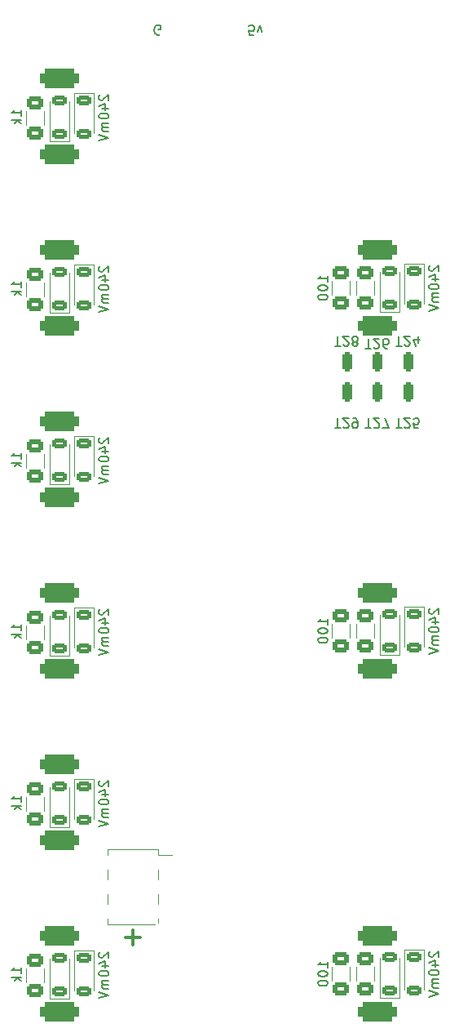
<source format=gbo>
G04 #@! TF.GenerationSoftware,KiCad,Pcbnew,(6.0.6)*
G04 #@! TF.CreationDate,2024-09-22T12:15:16+02:00*
G04 #@! TF.ProjectId,VCA_Module,5643415f-4d6f-4647-956c-652e6b696361,rev?*
G04 #@! TF.SameCoordinates,Original*
G04 #@! TF.FileFunction,Legend,Bot*
G04 #@! TF.FilePolarity,Positive*
%FSLAX46Y46*%
G04 Gerber Fmt 4.6, Leading zero omitted, Abs format (unit mm)*
G04 Created by KiCad (PCBNEW (6.0.6)) date 2024-09-22 12:15:16*
%MOMM*%
%LPD*%
G01*
G04 APERTURE LIST*
G04 Aperture macros list*
%AMRoundRect*
0 Rectangle with rounded corners*
0 $1 Rounding radius*
0 $2 $3 $4 $5 $6 $7 $8 $9 X,Y pos of 4 corners*
0 Add a 4 corners polygon primitive as box body*
4,1,4,$2,$3,$4,$5,$6,$7,$8,$9,$2,$3,0*
0 Add four circle primitives for the rounded corners*
1,1,$1+$1,$2,$3*
1,1,$1+$1,$4,$5*
1,1,$1+$1,$6,$7*
1,1,$1+$1,$8,$9*
0 Add four rect primitives between the rounded corners*
20,1,$1+$1,$2,$3,$4,$5,0*
20,1,$1+$1,$4,$5,$6,$7,0*
20,1,$1+$1,$6,$7,$8,$9,0*
20,1,$1+$1,$8,$9,$2,$3,0*%
G04 Aperture macros list end*
%ADD10C,0.300000*%
%ADD11C,0.150000*%
%ADD12C,0.120000*%
%ADD13RoundRect,0.200000X-0.550000X0.300000X-0.550000X-0.300000X0.550000X-0.300000X0.550000X0.300000X0*%
%ADD14RoundRect,0.200000X0.550000X-0.300000X0.550000X0.300000X-0.550000X0.300000X-0.550000X-0.300000X0*%
%ADD15C,4.000000*%
%ADD16C,1.800000*%
%ADD17C,2.000000*%
%ADD18RoundRect,0.500000X-1.500000X-0.500000X1.500000X-0.500000X1.500000X0.500000X-1.500000X0.500000X0*%
%ADD19RoundRect,0.250000X0.625000X-0.400000X0.625000X0.400000X-0.625000X0.400000X-0.625000X-0.400000X0*%
%ADD20C,1.700000*%
%ADD21R,3.150000X1.000000*%
%ADD22RoundRect,0.250000X0.250000X0.750000X-0.250000X0.750000X-0.250000X-0.750000X0.250000X-0.750000X0*%
G04 APERTURE END LIST*
D10*
X49021904Y-155082857D02*
X47498095Y-155082857D01*
X48260000Y-155844761D02*
X48260000Y-154320952D01*
D11*
X44827619Y-67739666D02*
X44780000Y-67787285D01*
X44732380Y-67882523D01*
X44732380Y-68120619D01*
X44780000Y-68215857D01*
X44827619Y-68263476D01*
X44922857Y-68311095D01*
X45018095Y-68311095D01*
X45160952Y-68263476D01*
X45732380Y-67692047D01*
X45732380Y-68311095D01*
X45065714Y-69168238D02*
X45732380Y-69168238D01*
X44684761Y-68930142D02*
X45399047Y-68692047D01*
X45399047Y-69311095D01*
X44732380Y-69882523D02*
X44732380Y-69977761D01*
X44780000Y-70073000D01*
X44827619Y-70120619D01*
X44922857Y-70168238D01*
X45113333Y-70215857D01*
X45351428Y-70215857D01*
X45541904Y-70168238D01*
X45637142Y-70120619D01*
X45684761Y-70073000D01*
X45732380Y-69977761D01*
X45732380Y-69882523D01*
X45684761Y-69787285D01*
X45637142Y-69739666D01*
X45541904Y-69692047D01*
X45351428Y-69644428D01*
X45113333Y-69644428D01*
X44922857Y-69692047D01*
X44827619Y-69739666D01*
X44780000Y-69787285D01*
X44732380Y-69882523D01*
X45732380Y-70644428D02*
X45065714Y-70644428D01*
X45160952Y-70644428D02*
X45113333Y-70692047D01*
X45065714Y-70787285D01*
X45065714Y-70930142D01*
X45113333Y-71025380D01*
X45208571Y-71073000D01*
X45732380Y-71073000D01*
X45208571Y-71073000D02*
X45113333Y-71120619D01*
X45065714Y-71215857D01*
X45065714Y-71358714D01*
X45113333Y-71453952D01*
X45208571Y-71501571D01*
X45732380Y-71501571D01*
X44732380Y-71834904D02*
X45732380Y-72168238D01*
X44732380Y-72501571D01*
X79117619Y-120986666D02*
X79070000Y-121034285D01*
X79022380Y-121129523D01*
X79022380Y-121367619D01*
X79070000Y-121462857D01*
X79117619Y-121510476D01*
X79212857Y-121558095D01*
X79308095Y-121558095D01*
X79450952Y-121510476D01*
X80022380Y-120939047D01*
X80022380Y-121558095D01*
X79355714Y-122415238D02*
X80022380Y-122415238D01*
X78974761Y-122177142D02*
X79689047Y-121939047D01*
X79689047Y-122558095D01*
X79022380Y-123129523D02*
X79022380Y-123224761D01*
X79070000Y-123320000D01*
X79117619Y-123367619D01*
X79212857Y-123415238D01*
X79403333Y-123462857D01*
X79641428Y-123462857D01*
X79831904Y-123415238D01*
X79927142Y-123367619D01*
X79974761Y-123320000D01*
X80022380Y-123224761D01*
X80022380Y-123129523D01*
X79974761Y-123034285D01*
X79927142Y-122986666D01*
X79831904Y-122939047D01*
X79641428Y-122891428D01*
X79403333Y-122891428D01*
X79212857Y-122939047D01*
X79117619Y-122986666D01*
X79070000Y-123034285D01*
X79022380Y-123129523D01*
X80022380Y-123891428D02*
X79355714Y-123891428D01*
X79450952Y-123891428D02*
X79403333Y-123939047D01*
X79355714Y-124034285D01*
X79355714Y-124177142D01*
X79403333Y-124272380D01*
X79498571Y-124320000D01*
X80022380Y-124320000D01*
X79498571Y-124320000D02*
X79403333Y-124367619D01*
X79355714Y-124462857D01*
X79355714Y-124605714D01*
X79403333Y-124700952D01*
X79498571Y-124748571D01*
X80022380Y-124748571D01*
X79022380Y-125081904D02*
X80022380Y-125415238D01*
X79022380Y-125748571D01*
X79117619Y-156546666D02*
X79070000Y-156594285D01*
X79022380Y-156689523D01*
X79022380Y-156927619D01*
X79070000Y-157022857D01*
X79117619Y-157070476D01*
X79212857Y-157118095D01*
X79308095Y-157118095D01*
X79450952Y-157070476D01*
X80022380Y-156499047D01*
X80022380Y-157118095D01*
X79355714Y-157975238D02*
X80022380Y-157975238D01*
X78974761Y-157737142D02*
X79689047Y-157499047D01*
X79689047Y-158118095D01*
X79022380Y-158689523D02*
X79022380Y-158784761D01*
X79070000Y-158880000D01*
X79117619Y-158927619D01*
X79212857Y-158975238D01*
X79403333Y-159022857D01*
X79641428Y-159022857D01*
X79831904Y-158975238D01*
X79927142Y-158927619D01*
X79974761Y-158880000D01*
X80022380Y-158784761D01*
X80022380Y-158689523D01*
X79974761Y-158594285D01*
X79927142Y-158546666D01*
X79831904Y-158499047D01*
X79641428Y-158451428D01*
X79403333Y-158451428D01*
X79212857Y-158499047D01*
X79117619Y-158546666D01*
X79070000Y-158594285D01*
X79022380Y-158689523D01*
X80022380Y-159451428D02*
X79355714Y-159451428D01*
X79450952Y-159451428D02*
X79403333Y-159499047D01*
X79355714Y-159594285D01*
X79355714Y-159737142D01*
X79403333Y-159832380D01*
X79498571Y-159880000D01*
X80022380Y-159880000D01*
X79498571Y-159880000D02*
X79403333Y-159927619D01*
X79355714Y-160022857D01*
X79355714Y-160165714D01*
X79403333Y-160260952D01*
X79498571Y-160308571D01*
X80022380Y-160308571D01*
X79022380Y-160641904D02*
X80022380Y-160975238D01*
X79022380Y-161308571D01*
X44827619Y-103299666D02*
X44780000Y-103347285D01*
X44732380Y-103442523D01*
X44732380Y-103680619D01*
X44780000Y-103775857D01*
X44827619Y-103823476D01*
X44922857Y-103871095D01*
X45018095Y-103871095D01*
X45160952Y-103823476D01*
X45732380Y-103252047D01*
X45732380Y-103871095D01*
X45065714Y-104728238D02*
X45732380Y-104728238D01*
X44684761Y-104490142D02*
X45399047Y-104252047D01*
X45399047Y-104871095D01*
X44732380Y-105442523D02*
X44732380Y-105537761D01*
X44780000Y-105633000D01*
X44827619Y-105680619D01*
X44922857Y-105728238D01*
X45113333Y-105775857D01*
X45351428Y-105775857D01*
X45541904Y-105728238D01*
X45637142Y-105680619D01*
X45684761Y-105633000D01*
X45732380Y-105537761D01*
X45732380Y-105442523D01*
X45684761Y-105347285D01*
X45637142Y-105299666D01*
X45541904Y-105252047D01*
X45351428Y-105204428D01*
X45113333Y-105204428D01*
X44922857Y-105252047D01*
X44827619Y-105299666D01*
X44780000Y-105347285D01*
X44732380Y-105442523D01*
X45732380Y-106204428D02*
X45065714Y-106204428D01*
X45160952Y-106204428D02*
X45113333Y-106252047D01*
X45065714Y-106347285D01*
X45065714Y-106490142D01*
X45113333Y-106585380D01*
X45208571Y-106633000D01*
X45732380Y-106633000D01*
X45208571Y-106633000D02*
X45113333Y-106680619D01*
X45065714Y-106775857D01*
X45065714Y-106918714D01*
X45113333Y-107013952D01*
X45208571Y-107061571D01*
X45732380Y-107061571D01*
X44732380Y-107394904D02*
X45732380Y-107728238D01*
X44732380Y-108061571D01*
X44827619Y-85519666D02*
X44780000Y-85567285D01*
X44732380Y-85662523D01*
X44732380Y-85900619D01*
X44780000Y-85995857D01*
X44827619Y-86043476D01*
X44922857Y-86091095D01*
X45018095Y-86091095D01*
X45160952Y-86043476D01*
X45732380Y-85472047D01*
X45732380Y-86091095D01*
X45065714Y-86948238D02*
X45732380Y-86948238D01*
X44684761Y-86710142D02*
X45399047Y-86472047D01*
X45399047Y-87091095D01*
X44732380Y-87662523D02*
X44732380Y-87757761D01*
X44780000Y-87853000D01*
X44827619Y-87900619D01*
X44922857Y-87948238D01*
X45113333Y-87995857D01*
X45351428Y-87995857D01*
X45541904Y-87948238D01*
X45637142Y-87900619D01*
X45684761Y-87853000D01*
X45732380Y-87757761D01*
X45732380Y-87662523D01*
X45684761Y-87567285D01*
X45637142Y-87519666D01*
X45541904Y-87472047D01*
X45351428Y-87424428D01*
X45113333Y-87424428D01*
X44922857Y-87472047D01*
X44827619Y-87519666D01*
X44780000Y-87567285D01*
X44732380Y-87662523D01*
X45732380Y-88424428D02*
X45065714Y-88424428D01*
X45160952Y-88424428D02*
X45113333Y-88472047D01*
X45065714Y-88567285D01*
X45065714Y-88710142D01*
X45113333Y-88805380D01*
X45208571Y-88853000D01*
X45732380Y-88853000D01*
X45208571Y-88853000D02*
X45113333Y-88900619D01*
X45065714Y-88995857D01*
X45065714Y-89138714D01*
X45113333Y-89233952D01*
X45208571Y-89281571D01*
X45732380Y-89281571D01*
X44732380Y-89614904D02*
X45732380Y-89948238D01*
X44732380Y-90281571D01*
X44827619Y-138859666D02*
X44780000Y-138907285D01*
X44732380Y-139002523D01*
X44732380Y-139240619D01*
X44780000Y-139335857D01*
X44827619Y-139383476D01*
X44922857Y-139431095D01*
X45018095Y-139431095D01*
X45160952Y-139383476D01*
X45732380Y-138812047D01*
X45732380Y-139431095D01*
X45065714Y-140288238D02*
X45732380Y-140288238D01*
X44684761Y-140050142D02*
X45399047Y-139812047D01*
X45399047Y-140431095D01*
X44732380Y-141002523D02*
X44732380Y-141097761D01*
X44780000Y-141193000D01*
X44827619Y-141240619D01*
X44922857Y-141288238D01*
X45113333Y-141335857D01*
X45351428Y-141335857D01*
X45541904Y-141288238D01*
X45637142Y-141240619D01*
X45684761Y-141193000D01*
X45732380Y-141097761D01*
X45732380Y-141002523D01*
X45684761Y-140907285D01*
X45637142Y-140859666D01*
X45541904Y-140812047D01*
X45351428Y-140764428D01*
X45113333Y-140764428D01*
X44922857Y-140812047D01*
X44827619Y-140859666D01*
X44780000Y-140907285D01*
X44732380Y-141002523D01*
X45732380Y-141764428D02*
X45065714Y-141764428D01*
X45160952Y-141764428D02*
X45113333Y-141812047D01*
X45065714Y-141907285D01*
X45065714Y-142050142D01*
X45113333Y-142145380D01*
X45208571Y-142193000D01*
X45732380Y-142193000D01*
X45208571Y-142193000D02*
X45113333Y-142240619D01*
X45065714Y-142335857D01*
X45065714Y-142478714D01*
X45113333Y-142573952D01*
X45208571Y-142621571D01*
X45732380Y-142621571D01*
X44732380Y-142954904D02*
X45732380Y-143288238D01*
X44732380Y-143621571D01*
X44827619Y-121079666D02*
X44780000Y-121127285D01*
X44732380Y-121222523D01*
X44732380Y-121460619D01*
X44780000Y-121555857D01*
X44827619Y-121603476D01*
X44922857Y-121651095D01*
X45018095Y-121651095D01*
X45160952Y-121603476D01*
X45732380Y-121032047D01*
X45732380Y-121651095D01*
X45065714Y-122508238D02*
X45732380Y-122508238D01*
X44684761Y-122270142D02*
X45399047Y-122032047D01*
X45399047Y-122651095D01*
X44732380Y-123222523D02*
X44732380Y-123317761D01*
X44780000Y-123413000D01*
X44827619Y-123460619D01*
X44922857Y-123508238D01*
X45113333Y-123555857D01*
X45351428Y-123555857D01*
X45541904Y-123508238D01*
X45637142Y-123460619D01*
X45684761Y-123413000D01*
X45732380Y-123317761D01*
X45732380Y-123222523D01*
X45684761Y-123127285D01*
X45637142Y-123079666D01*
X45541904Y-123032047D01*
X45351428Y-122984428D01*
X45113333Y-122984428D01*
X44922857Y-123032047D01*
X44827619Y-123079666D01*
X44780000Y-123127285D01*
X44732380Y-123222523D01*
X45732380Y-123984428D02*
X45065714Y-123984428D01*
X45160952Y-123984428D02*
X45113333Y-124032047D01*
X45065714Y-124127285D01*
X45065714Y-124270142D01*
X45113333Y-124365380D01*
X45208571Y-124413000D01*
X45732380Y-124413000D01*
X45208571Y-124413000D02*
X45113333Y-124460619D01*
X45065714Y-124555857D01*
X45065714Y-124698714D01*
X45113333Y-124793952D01*
X45208571Y-124841571D01*
X45732380Y-124841571D01*
X44732380Y-125174904D02*
X45732380Y-125508238D01*
X44732380Y-125841571D01*
X44827619Y-156639666D02*
X44780000Y-156687285D01*
X44732380Y-156782523D01*
X44732380Y-157020619D01*
X44780000Y-157115857D01*
X44827619Y-157163476D01*
X44922857Y-157211095D01*
X45018095Y-157211095D01*
X45160952Y-157163476D01*
X45732380Y-156592047D01*
X45732380Y-157211095D01*
X45065714Y-158068238D02*
X45732380Y-158068238D01*
X44684761Y-157830142D02*
X45399047Y-157592047D01*
X45399047Y-158211095D01*
X44732380Y-158782523D02*
X44732380Y-158877761D01*
X44780000Y-158973000D01*
X44827619Y-159020619D01*
X44922857Y-159068238D01*
X45113333Y-159115857D01*
X45351428Y-159115857D01*
X45541904Y-159068238D01*
X45637142Y-159020619D01*
X45684761Y-158973000D01*
X45732380Y-158877761D01*
X45732380Y-158782523D01*
X45684761Y-158687285D01*
X45637142Y-158639666D01*
X45541904Y-158592047D01*
X45351428Y-158544428D01*
X45113333Y-158544428D01*
X44922857Y-158592047D01*
X44827619Y-158639666D01*
X44780000Y-158687285D01*
X44732380Y-158782523D01*
X45732380Y-159544428D02*
X45065714Y-159544428D01*
X45160952Y-159544428D02*
X45113333Y-159592047D01*
X45065714Y-159687285D01*
X45065714Y-159830142D01*
X45113333Y-159925380D01*
X45208571Y-159973000D01*
X45732380Y-159973000D01*
X45208571Y-159973000D02*
X45113333Y-160020619D01*
X45065714Y-160115857D01*
X45065714Y-160258714D01*
X45113333Y-160353952D01*
X45208571Y-160401571D01*
X45732380Y-160401571D01*
X44732380Y-160734904D02*
X45732380Y-161068238D01*
X44732380Y-161401571D01*
X79117619Y-85426666D02*
X79070000Y-85474285D01*
X79022380Y-85569523D01*
X79022380Y-85807619D01*
X79070000Y-85902857D01*
X79117619Y-85950476D01*
X79212857Y-85998095D01*
X79308095Y-85998095D01*
X79450952Y-85950476D01*
X80022380Y-85379047D01*
X80022380Y-85998095D01*
X79355714Y-86855238D02*
X80022380Y-86855238D01*
X78974761Y-86617142D02*
X79689047Y-86379047D01*
X79689047Y-86998095D01*
X79022380Y-87569523D02*
X79022380Y-87664761D01*
X79070000Y-87760000D01*
X79117619Y-87807619D01*
X79212857Y-87855238D01*
X79403333Y-87902857D01*
X79641428Y-87902857D01*
X79831904Y-87855238D01*
X79927142Y-87807619D01*
X79974761Y-87760000D01*
X80022380Y-87664761D01*
X80022380Y-87569523D01*
X79974761Y-87474285D01*
X79927142Y-87426666D01*
X79831904Y-87379047D01*
X79641428Y-87331428D01*
X79403333Y-87331428D01*
X79212857Y-87379047D01*
X79117619Y-87426666D01*
X79070000Y-87474285D01*
X79022380Y-87569523D01*
X80022380Y-88331428D02*
X79355714Y-88331428D01*
X79450952Y-88331428D02*
X79403333Y-88379047D01*
X79355714Y-88474285D01*
X79355714Y-88617142D01*
X79403333Y-88712380D01*
X79498571Y-88760000D01*
X80022380Y-88760000D01*
X79498571Y-88760000D02*
X79403333Y-88807619D01*
X79355714Y-88902857D01*
X79355714Y-89045714D01*
X79403333Y-89140952D01*
X79498571Y-89188571D01*
X80022380Y-89188571D01*
X79022380Y-89521904D02*
X80022380Y-89855238D01*
X79022380Y-90188571D01*
X68482380Y-122653333D02*
X68482380Y-122081904D01*
X68482380Y-122367619D02*
X67482380Y-122367619D01*
X67625238Y-122272380D01*
X67720476Y-122177142D01*
X67768095Y-122081904D01*
X67482380Y-123272380D02*
X67482380Y-123367619D01*
X67530000Y-123462857D01*
X67577619Y-123510476D01*
X67672857Y-123558095D01*
X67863333Y-123605714D01*
X68101428Y-123605714D01*
X68291904Y-123558095D01*
X68387142Y-123510476D01*
X68434761Y-123462857D01*
X68482380Y-123367619D01*
X68482380Y-123272380D01*
X68434761Y-123177142D01*
X68387142Y-123129523D01*
X68291904Y-123081904D01*
X68101428Y-123034285D01*
X67863333Y-123034285D01*
X67672857Y-123081904D01*
X67577619Y-123129523D01*
X67530000Y-123177142D01*
X67482380Y-123272380D01*
X67482380Y-124224761D02*
X67482380Y-124320000D01*
X67530000Y-124415238D01*
X67577619Y-124462857D01*
X67672857Y-124510476D01*
X67863333Y-124558095D01*
X68101428Y-124558095D01*
X68291904Y-124510476D01*
X68387142Y-124462857D01*
X68434761Y-124415238D01*
X68482380Y-124320000D01*
X68482380Y-124224761D01*
X68434761Y-124129523D01*
X68387142Y-124081904D01*
X68291904Y-124034285D01*
X68101428Y-123986666D01*
X67863333Y-123986666D01*
X67672857Y-124034285D01*
X67577619Y-124081904D01*
X67530000Y-124129523D01*
X67482380Y-124224761D01*
X36647380Y-105467678D02*
X36647380Y-104896249D01*
X36647380Y-105181964D02*
X35647380Y-105181964D01*
X35790238Y-105086726D01*
X35885476Y-104991487D01*
X35933095Y-104896249D01*
X36647380Y-105896249D02*
X35647380Y-105896249D01*
X36266428Y-105991487D02*
X36647380Y-106277202D01*
X35980714Y-106277202D02*
X36361666Y-105896249D01*
X60817142Y-61507619D02*
X60340952Y-61507619D01*
X60293333Y-61031428D01*
X60340952Y-61079047D01*
X60436190Y-61126666D01*
X60674285Y-61126666D01*
X60769523Y-61079047D01*
X60817142Y-61031428D01*
X60864761Y-60936190D01*
X60864761Y-60698095D01*
X60817142Y-60602857D01*
X60769523Y-60555238D01*
X60674285Y-60507619D01*
X60436190Y-60507619D01*
X60340952Y-60555238D01*
X60293333Y-60602857D01*
X61198095Y-61174285D02*
X61436190Y-60507619D01*
X61674285Y-61174285D01*
X51061904Y-61460000D02*
X50966666Y-61507619D01*
X50823809Y-61507619D01*
X50680952Y-61460000D01*
X50585714Y-61364761D01*
X50538095Y-61269523D01*
X50490476Y-61079047D01*
X50490476Y-60936190D01*
X50538095Y-60745714D01*
X50585714Y-60650476D01*
X50680952Y-60555238D01*
X50823809Y-60507619D01*
X50919047Y-60507619D01*
X51061904Y-60555238D01*
X51109523Y-60602857D01*
X51109523Y-60936190D01*
X50919047Y-60936190D01*
X68482380Y-87093333D02*
X68482380Y-86521904D01*
X68482380Y-86807619D02*
X67482380Y-86807619D01*
X67625238Y-86712380D01*
X67720476Y-86617142D01*
X67768095Y-86521904D01*
X67482380Y-87712380D02*
X67482380Y-87807619D01*
X67530000Y-87902857D01*
X67577619Y-87950476D01*
X67672857Y-87998095D01*
X67863333Y-88045714D01*
X68101428Y-88045714D01*
X68291904Y-87998095D01*
X68387142Y-87950476D01*
X68434761Y-87902857D01*
X68482380Y-87807619D01*
X68482380Y-87712380D01*
X68434761Y-87617142D01*
X68387142Y-87569523D01*
X68291904Y-87521904D01*
X68101428Y-87474285D01*
X67863333Y-87474285D01*
X67672857Y-87521904D01*
X67577619Y-87569523D01*
X67530000Y-87617142D01*
X67482380Y-87712380D01*
X67482380Y-88664761D02*
X67482380Y-88760000D01*
X67530000Y-88855238D01*
X67577619Y-88902857D01*
X67672857Y-88950476D01*
X67863333Y-88998095D01*
X68101428Y-88998095D01*
X68291904Y-88950476D01*
X68387142Y-88902857D01*
X68434761Y-88855238D01*
X68482380Y-88760000D01*
X68482380Y-88664761D01*
X68434761Y-88569523D01*
X68387142Y-88521904D01*
X68291904Y-88474285D01*
X68101428Y-88426666D01*
X67863333Y-88426666D01*
X67672857Y-88474285D01*
X67577619Y-88521904D01*
X67530000Y-88569523D01*
X67482380Y-88664761D01*
X68482380Y-158213333D02*
X68482380Y-157641904D01*
X68482380Y-157927619D02*
X67482380Y-157927619D01*
X67625238Y-157832380D01*
X67720476Y-157737142D01*
X67768095Y-157641904D01*
X67482380Y-158832380D02*
X67482380Y-158927619D01*
X67530000Y-159022857D01*
X67577619Y-159070476D01*
X67672857Y-159118095D01*
X67863333Y-159165714D01*
X68101428Y-159165714D01*
X68291904Y-159118095D01*
X68387142Y-159070476D01*
X68434761Y-159022857D01*
X68482380Y-158927619D01*
X68482380Y-158832380D01*
X68434761Y-158737142D01*
X68387142Y-158689523D01*
X68291904Y-158641904D01*
X68101428Y-158594285D01*
X67863333Y-158594285D01*
X67672857Y-158641904D01*
X67577619Y-158689523D01*
X67530000Y-158737142D01*
X67482380Y-158832380D01*
X67482380Y-159784761D02*
X67482380Y-159880000D01*
X67530000Y-159975238D01*
X67577619Y-160022857D01*
X67672857Y-160070476D01*
X67863333Y-160118095D01*
X68101428Y-160118095D01*
X68291904Y-160070476D01*
X68387142Y-160022857D01*
X68434761Y-159975238D01*
X68482380Y-159880000D01*
X68482380Y-159784761D01*
X68434761Y-159689523D01*
X68387142Y-159641904D01*
X68291904Y-159594285D01*
X68101428Y-159546666D01*
X67863333Y-159546666D01*
X67672857Y-159594285D01*
X67577619Y-159641904D01*
X67530000Y-159689523D01*
X67482380Y-159784761D01*
X36647380Y-158807678D02*
X36647380Y-158236249D01*
X36647380Y-158521964D02*
X35647380Y-158521964D01*
X35790238Y-158426726D01*
X35885476Y-158331487D01*
X35933095Y-158236249D01*
X36647380Y-159236249D02*
X35647380Y-159236249D01*
X36266428Y-159331487D02*
X36647380Y-159617202D01*
X35980714Y-159617202D02*
X36361666Y-159236249D01*
X36647380Y-123247678D02*
X36647380Y-122676249D01*
X36647380Y-122961964D02*
X35647380Y-122961964D01*
X35790238Y-122866726D01*
X35885476Y-122771487D01*
X35933095Y-122676249D01*
X36647380Y-123676249D02*
X35647380Y-123676249D01*
X36266428Y-123771487D02*
X36647380Y-124057202D01*
X35980714Y-124057202D02*
X36361666Y-123676249D01*
X72421904Y-94019619D02*
X72993333Y-94019619D01*
X72707619Y-93019619D02*
X72707619Y-94019619D01*
X73279047Y-93924380D02*
X73326666Y-93972000D01*
X73421904Y-94019619D01*
X73660000Y-94019619D01*
X73755238Y-93972000D01*
X73802857Y-93924380D01*
X73850476Y-93829142D01*
X73850476Y-93733904D01*
X73802857Y-93591047D01*
X73231428Y-93019619D01*
X73850476Y-93019619D01*
X74707619Y-94019619D02*
X74517142Y-94019619D01*
X74421904Y-93972000D01*
X74374285Y-93924380D01*
X74279047Y-93781523D01*
X74231428Y-93591047D01*
X74231428Y-93210095D01*
X74279047Y-93114857D01*
X74326666Y-93067238D01*
X74421904Y-93019619D01*
X74612380Y-93019619D01*
X74707619Y-93067238D01*
X74755238Y-93114857D01*
X74802857Y-93210095D01*
X74802857Y-93448190D01*
X74755238Y-93543428D01*
X74707619Y-93591047D01*
X74612380Y-93638666D01*
X74421904Y-93638666D01*
X74326666Y-93591047D01*
X74279047Y-93543428D01*
X74231428Y-93448190D01*
X69246904Y-93765619D02*
X69818333Y-93765619D01*
X69532619Y-92765619D02*
X69532619Y-93765619D01*
X70104047Y-93670380D02*
X70151666Y-93718000D01*
X70246904Y-93765619D01*
X70485000Y-93765619D01*
X70580238Y-93718000D01*
X70627857Y-93670380D01*
X70675476Y-93575142D01*
X70675476Y-93479904D01*
X70627857Y-93337047D01*
X70056428Y-92765619D01*
X70675476Y-92765619D01*
X71246904Y-93337047D02*
X71151666Y-93384666D01*
X71104047Y-93432285D01*
X71056428Y-93527523D01*
X71056428Y-93575142D01*
X71104047Y-93670380D01*
X71151666Y-93718000D01*
X71246904Y-93765619D01*
X71437380Y-93765619D01*
X71532619Y-93718000D01*
X71580238Y-93670380D01*
X71627857Y-93575142D01*
X71627857Y-93527523D01*
X71580238Y-93432285D01*
X71532619Y-93384666D01*
X71437380Y-93337047D01*
X71246904Y-93337047D01*
X71151666Y-93289428D01*
X71104047Y-93241809D01*
X71056428Y-93146571D01*
X71056428Y-92956095D01*
X71104047Y-92860857D01*
X71151666Y-92813238D01*
X71246904Y-92765619D01*
X71437380Y-92765619D01*
X71532619Y-92813238D01*
X71580238Y-92860857D01*
X71627857Y-92956095D01*
X71627857Y-93146571D01*
X71580238Y-93241809D01*
X71532619Y-93289428D01*
X71437380Y-93337047D01*
X75596904Y-102274619D02*
X76168333Y-102274619D01*
X75882619Y-101274619D02*
X75882619Y-102274619D01*
X76454047Y-102179380D02*
X76501666Y-102227000D01*
X76596904Y-102274619D01*
X76835000Y-102274619D01*
X76930238Y-102227000D01*
X76977857Y-102179380D01*
X77025476Y-102084142D01*
X77025476Y-101988904D01*
X76977857Y-101846047D01*
X76406428Y-101274619D01*
X77025476Y-101274619D01*
X77930238Y-102274619D02*
X77454047Y-102274619D01*
X77406428Y-101798428D01*
X77454047Y-101846047D01*
X77549285Y-101893666D01*
X77787380Y-101893666D01*
X77882619Y-101846047D01*
X77930238Y-101798428D01*
X77977857Y-101703190D01*
X77977857Y-101465095D01*
X77930238Y-101369857D01*
X77882619Y-101322238D01*
X77787380Y-101274619D01*
X77549285Y-101274619D01*
X77454047Y-101322238D01*
X77406428Y-101369857D01*
X75596904Y-93765619D02*
X76168333Y-93765619D01*
X75882619Y-92765619D02*
X75882619Y-93765619D01*
X76454047Y-93670380D02*
X76501666Y-93718000D01*
X76596904Y-93765619D01*
X76835000Y-93765619D01*
X76930238Y-93718000D01*
X76977857Y-93670380D01*
X77025476Y-93575142D01*
X77025476Y-93479904D01*
X76977857Y-93337047D01*
X76406428Y-92765619D01*
X77025476Y-92765619D01*
X77882619Y-93432285D02*
X77882619Y-92765619D01*
X77644523Y-93813238D02*
X77406428Y-93098952D01*
X78025476Y-93098952D01*
X72421904Y-102274619D02*
X72993333Y-102274619D01*
X72707619Y-101274619D02*
X72707619Y-102274619D01*
X73279047Y-102179380D02*
X73326666Y-102227000D01*
X73421904Y-102274619D01*
X73660000Y-102274619D01*
X73755238Y-102227000D01*
X73802857Y-102179380D01*
X73850476Y-102084142D01*
X73850476Y-101988904D01*
X73802857Y-101846047D01*
X73231428Y-101274619D01*
X73850476Y-101274619D01*
X74183809Y-102274619D02*
X74850476Y-102274619D01*
X74421904Y-101274619D01*
X69246904Y-102274619D02*
X69818333Y-102274619D01*
X69532619Y-101274619D02*
X69532619Y-102274619D01*
X70104047Y-102179380D02*
X70151666Y-102227000D01*
X70246904Y-102274619D01*
X70485000Y-102274619D01*
X70580238Y-102227000D01*
X70627857Y-102179380D01*
X70675476Y-102084142D01*
X70675476Y-101988904D01*
X70627857Y-101846047D01*
X70056428Y-101274619D01*
X70675476Y-101274619D01*
X71151666Y-101274619D02*
X71342142Y-101274619D01*
X71437380Y-101322238D01*
X71485000Y-101369857D01*
X71580238Y-101512714D01*
X71627857Y-101703190D01*
X71627857Y-102084142D01*
X71580238Y-102179380D01*
X71532619Y-102227000D01*
X71437380Y-102274619D01*
X71246904Y-102274619D01*
X71151666Y-102227000D01*
X71104047Y-102179380D01*
X71056428Y-102084142D01*
X71056428Y-101846047D01*
X71104047Y-101750809D01*
X71151666Y-101703190D01*
X71246904Y-101655571D01*
X71437380Y-101655571D01*
X71532619Y-101703190D01*
X71580238Y-101750809D01*
X71627857Y-101846047D01*
X36647380Y-141027678D02*
X36647380Y-140456249D01*
X36647380Y-140741964D02*
X35647380Y-140741964D01*
X35790238Y-140646726D01*
X35885476Y-140551487D01*
X35933095Y-140456249D01*
X36647380Y-141456249D02*
X35647380Y-141456249D01*
X36266428Y-141551487D02*
X36647380Y-141837202D01*
X35980714Y-141837202D02*
X36361666Y-141456249D01*
X36647380Y-87687678D02*
X36647380Y-87116249D01*
X36647380Y-87401964D02*
X35647380Y-87401964D01*
X35790238Y-87306726D01*
X35885476Y-87211487D01*
X35933095Y-87116249D01*
X36647380Y-88116249D02*
X35647380Y-88116249D01*
X36266428Y-88211487D02*
X36647380Y-88497202D01*
X35980714Y-88497202D02*
X36361666Y-88116249D01*
X36647380Y-69907678D02*
X36647380Y-69336249D01*
X36647380Y-69621964D02*
X35647380Y-69621964D01*
X35790238Y-69526726D01*
X35885476Y-69431487D01*
X35933095Y-69336249D01*
X36647380Y-70336249D02*
X35647380Y-70336249D01*
X36266428Y-70431487D02*
X36647380Y-70717202D01*
X35980714Y-70717202D02*
X36361666Y-70336249D01*
D12*
X42180000Y-67563000D02*
X42180000Y-71723000D01*
X42180000Y-67563000D02*
X44180000Y-67563000D01*
X44180000Y-67563000D02*
X44180000Y-71723000D01*
X76470000Y-120810000D02*
X76470000Y-124970000D01*
X76470000Y-120810000D02*
X78470000Y-120810000D01*
X78470000Y-120810000D02*
X78470000Y-124970000D01*
X39640000Y-161483000D02*
X39640000Y-157323000D01*
X41640000Y-161483000D02*
X39640000Y-161483000D01*
X41640000Y-161483000D02*
X41640000Y-157323000D01*
X76470000Y-156370000D02*
X76470000Y-160530000D01*
X76470000Y-156370000D02*
X78470000Y-156370000D01*
X78470000Y-156370000D02*
X78470000Y-160530000D01*
X42180000Y-103123000D02*
X42180000Y-107283000D01*
X42180000Y-103123000D02*
X44180000Y-103123000D01*
X44180000Y-103123000D02*
X44180000Y-107283000D01*
X42180000Y-85343000D02*
X42180000Y-89503000D01*
X42180000Y-85343000D02*
X44180000Y-85343000D01*
X44180000Y-85343000D02*
X44180000Y-89503000D01*
X42180000Y-138683000D02*
X42180000Y-142843000D01*
X42180000Y-138683000D02*
X44180000Y-138683000D01*
X44180000Y-138683000D02*
X44180000Y-142843000D01*
X75930000Y-125830000D02*
X75930000Y-121670000D01*
X75930000Y-125830000D02*
X73930000Y-125830000D01*
X73930000Y-125830000D02*
X73930000Y-121670000D01*
X41640000Y-125923000D02*
X41640000Y-121763000D01*
X41640000Y-125923000D02*
X39640000Y-125923000D01*
X39640000Y-125923000D02*
X39640000Y-121763000D01*
X75930000Y-161390000D02*
X75930000Y-157230000D01*
X75930000Y-161390000D02*
X73930000Y-161390000D01*
X73930000Y-161390000D02*
X73930000Y-157230000D01*
X42180000Y-120903000D02*
X42180000Y-125063000D01*
X42180000Y-120903000D02*
X44180000Y-120903000D01*
X44180000Y-120903000D02*
X44180000Y-125063000D01*
X41640000Y-108143000D02*
X41640000Y-103983000D01*
X41640000Y-108143000D02*
X39640000Y-108143000D01*
X39640000Y-108143000D02*
X39640000Y-103983000D01*
X41640000Y-90363000D02*
X41640000Y-86203000D01*
X41640000Y-90363000D02*
X39640000Y-90363000D01*
X39640000Y-90363000D02*
X39640000Y-86203000D01*
X44180000Y-156463000D02*
X44180000Y-160623000D01*
X42180000Y-156463000D02*
X44180000Y-156463000D01*
X42180000Y-156463000D02*
X42180000Y-160623000D01*
X41640000Y-143703000D02*
X41640000Y-139543000D01*
X41640000Y-143703000D02*
X39640000Y-143703000D01*
X39640000Y-143703000D02*
X39640000Y-139543000D01*
X76470000Y-85250000D02*
X76470000Y-89410000D01*
X76470000Y-85250000D02*
X78470000Y-85250000D01*
X78470000Y-85250000D02*
X78470000Y-89410000D01*
X75930000Y-90270000D02*
X75930000Y-86110000D01*
X75930000Y-90270000D02*
X73930000Y-90270000D01*
X73930000Y-90270000D02*
X73930000Y-86110000D01*
X41640000Y-72583000D02*
X41640000Y-68423000D01*
X41640000Y-72583000D02*
X39640000Y-72583000D01*
X39640000Y-72583000D02*
X39640000Y-68423000D01*
X68940000Y-124047064D02*
X68940000Y-122592936D01*
X70760000Y-124047064D02*
X70760000Y-122592936D01*
X37190000Y-106427064D02*
X37190000Y-104972936D01*
X39010000Y-106427064D02*
X39010000Y-104972936D01*
X68940000Y-88487064D02*
X68940000Y-87032936D01*
X70760000Y-88487064D02*
X70760000Y-87032936D01*
X50860000Y-150620000D02*
X50860000Y-151640000D01*
X45660000Y-148080000D02*
X45660000Y-149100000D01*
X50860000Y-148080000D02*
X50860000Y-149100000D01*
X45660000Y-153160000D02*
X45660000Y-153730000D01*
X45660000Y-150620000D02*
X45660000Y-151640000D01*
X50860000Y-145990000D02*
X50860000Y-146560000D01*
X52300000Y-146560000D02*
X50860000Y-146560000D01*
X45660000Y-145990000D02*
X45660000Y-146560000D01*
X50860000Y-153160000D02*
X50860000Y-153730000D01*
X50860000Y-153730000D02*
X45660000Y-153730000D01*
X50860000Y-145990000D02*
X45660000Y-145990000D01*
X68940000Y-159607064D02*
X68940000Y-158152936D01*
X70760000Y-159607064D02*
X70760000Y-158152936D01*
X37190000Y-159767064D02*
X37190000Y-158312936D01*
X39010000Y-159767064D02*
X39010000Y-158312936D01*
X37190000Y-124207064D02*
X37190000Y-122752936D01*
X39010000Y-124207064D02*
X39010000Y-122752936D01*
X39010000Y-141987064D02*
X39010000Y-140532936D01*
X37190000Y-141987064D02*
X37190000Y-140532936D01*
X39010000Y-88647064D02*
X39010000Y-87192936D01*
X37190000Y-88647064D02*
X37190000Y-87192936D01*
X71480000Y-124047064D02*
X71480000Y-122592936D01*
X73300000Y-124047064D02*
X73300000Y-122592936D01*
X73300000Y-88487064D02*
X73300000Y-87032936D01*
X71480000Y-88487064D02*
X71480000Y-87032936D01*
X39010000Y-70867064D02*
X39010000Y-69412936D01*
X37190000Y-70867064D02*
X37190000Y-69412936D01*
X71480000Y-159607064D02*
X71480000Y-158152936D01*
X73300000Y-159607064D02*
X73300000Y-158152936D01*
%LPC*%
D11*
X53990857Y-150836380D02*
X54467047Y-150836380D01*
X54514666Y-151312571D01*
X54467047Y-151264952D01*
X54371809Y-151217333D01*
X54133714Y-151217333D01*
X54038476Y-151264952D01*
X53990857Y-151312571D01*
X53943238Y-151407809D01*
X53943238Y-151645904D01*
X53990857Y-151741142D01*
X54038476Y-151788761D01*
X54133714Y-151836380D01*
X54371809Y-151836380D01*
X54467047Y-151788761D01*
X54514666Y-151741142D01*
X53609904Y-151169714D02*
X53371809Y-151836380D01*
X53133714Y-151169714D01*
D13*
X43180000Y-68323000D03*
X43180000Y-71823000D03*
X77470000Y-121570000D03*
X77470000Y-125070000D03*
D14*
X40640000Y-157223000D03*
X40640000Y-160723000D03*
D13*
X77470000Y-157130000D03*
X77470000Y-160630000D03*
X43180000Y-103883000D03*
X43180000Y-107383000D03*
X43180000Y-86103000D03*
X43180000Y-89603000D03*
X43180000Y-139443000D03*
X43180000Y-142943000D03*
D14*
X74930000Y-125070000D03*
X74930000Y-121570000D03*
X40640000Y-125163000D03*
X40640000Y-121663000D03*
X74930000Y-160630000D03*
X74930000Y-157130000D03*
D13*
X43180000Y-121663000D03*
X43180000Y-125163000D03*
D14*
X40640000Y-107383000D03*
X40640000Y-103883000D03*
X40640000Y-89603000D03*
X40640000Y-86103000D03*
D13*
X43180000Y-160723000D03*
X43180000Y-157223000D03*
D14*
X40640000Y-142943000D03*
X40640000Y-139443000D03*
D13*
X77470000Y-86010000D03*
X77470000Y-89510000D03*
D14*
X74930000Y-89510000D03*
X74930000Y-86010000D03*
X40640000Y-71823000D03*
X40640000Y-68323000D03*
D15*
X69215000Y-69185000D03*
X78015000Y-69185000D03*
D16*
X76115000Y-76185000D03*
X73615000Y-76185000D03*
X71115000Y-76185000D03*
D15*
X69215000Y-104745000D03*
X78015000Y-104745000D03*
D16*
X76115000Y-111745000D03*
X73615000Y-111745000D03*
X71115000Y-111745000D03*
D15*
X69215000Y-140305000D03*
X78015000Y-140305000D03*
D16*
X76115000Y-147305000D03*
X73615000Y-147305000D03*
X71115000Y-147305000D03*
D15*
X51480000Y-120015000D03*
X60280000Y-120015000D03*
D16*
X58380000Y-127015000D03*
X55880000Y-127000000D03*
X53380000Y-127015000D03*
D15*
X51480000Y-155575000D03*
X60280000Y-155575000D03*
D16*
X58380000Y-162575000D03*
X55880000Y-162560000D03*
X53380000Y-162575000D03*
D15*
X51435000Y-66660000D03*
X60235000Y-66660000D03*
D16*
X58335000Y-73660000D03*
X55835000Y-73645000D03*
X53335000Y-73660000D03*
D15*
X51480000Y-84455000D03*
X60280000Y-84455000D03*
D16*
X58380000Y-91455000D03*
X55880000Y-91440000D03*
X53380000Y-91455000D03*
D15*
X51480000Y-137795000D03*
X60280000Y-137795000D03*
D16*
X58380000Y-144795000D03*
X55880000Y-144780000D03*
X53380000Y-144795000D03*
D15*
X51480000Y-102235000D03*
X60280000Y-102235000D03*
D16*
X58380000Y-109235000D03*
X55880000Y-109220000D03*
X53380000Y-109235000D03*
D17*
X40640000Y-134620000D03*
D18*
X40640000Y-137160000D03*
X40640000Y-145060000D03*
D17*
X73660000Y-152400000D03*
D18*
X73660000Y-154940000D03*
X73660000Y-162840000D03*
D17*
X40640000Y-99060000D03*
D18*
X40640000Y-101600000D03*
X40640000Y-109500000D03*
D17*
X73660000Y-81280000D03*
D18*
X73660000Y-83820000D03*
X73660000Y-91720000D03*
D17*
X40640000Y-63500000D03*
D18*
X40640000Y-66040000D03*
X40640000Y-73940000D03*
D17*
X40640000Y-81280000D03*
D18*
X40640000Y-83820000D03*
X40640000Y-91720000D03*
D17*
X40640000Y-152400000D03*
D18*
X40640000Y-154940000D03*
X40640000Y-162840000D03*
D17*
X73660000Y-116840000D03*
D18*
X73660000Y-119380000D03*
X73660000Y-127280000D03*
D17*
X40640000Y-116840000D03*
D18*
X40640000Y-119380000D03*
X40640000Y-127280000D03*
D19*
X69850000Y-124870000D03*
X69850000Y-121770000D03*
X38100000Y-107250000D03*
X38100000Y-104150000D03*
D20*
X48260000Y-60960000D03*
X48260000Y-63500000D03*
X48260000Y-66040000D03*
X48260000Y-68580000D03*
X48260000Y-71120000D03*
X48260000Y-73660000D03*
X48260000Y-76200000D03*
X48260000Y-78740000D03*
X48260000Y-81280000D03*
X48260000Y-83820000D03*
X48260000Y-86360000D03*
X48260000Y-88900000D03*
X48260000Y-91440000D03*
X48260000Y-93980000D03*
X63500000Y-93980000D03*
X63500000Y-91440000D03*
X63500000Y-88900000D03*
X63500000Y-86360000D03*
X63500000Y-83820000D03*
X63500000Y-81280000D03*
X63500000Y-78740000D03*
X63500000Y-76200000D03*
X63500000Y-73660000D03*
X63500000Y-71120000D03*
X63500000Y-68580000D03*
X63500000Y-66040000D03*
X63500000Y-63500000D03*
X63500000Y-60960000D03*
D19*
X69850000Y-89310000D03*
X69850000Y-86210000D03*
D21*
X50785000Y-147320000D03*
X45735000Y-147320000D03*
X50785000Y-149860000D03*
X45735000Y-149860000D03*
X50785000Y-152400000D03*
X45735000Y-152400000D03*
D19*
X69850000Y-160430000D03*
X69850000Y-157330000D03*
X38100000Y-157490000D03*
X38100000Y-160590000D03*
X38100000Y-125030000D03*
X38100000Y-121930000D03*
D22*
X76835000Y-95377000D03*
X76835000Y-98552000D03*
X73660000Y-95377000D03*
X73660000Y-98552000D03*
X70485000Y-95377000D03*
X70485000Y-98552000D03*
D19*
X38100000Y-142810000D03*
X38100000Y-139710000D03*
X38100000Y-89470000D03*
X38100000Y-86370000D03*
X72390000Y-124870000D03*
X72390000Y-121770000D03*
X72390000Y-89310000D03*
X72390000Y-86210000D03*
X38100000Y-71690000D03*
X38100000Y-68590000D03*
X72390000Y-160430000D03*
X72390000Y-157330000D03*
M02*

</source>
